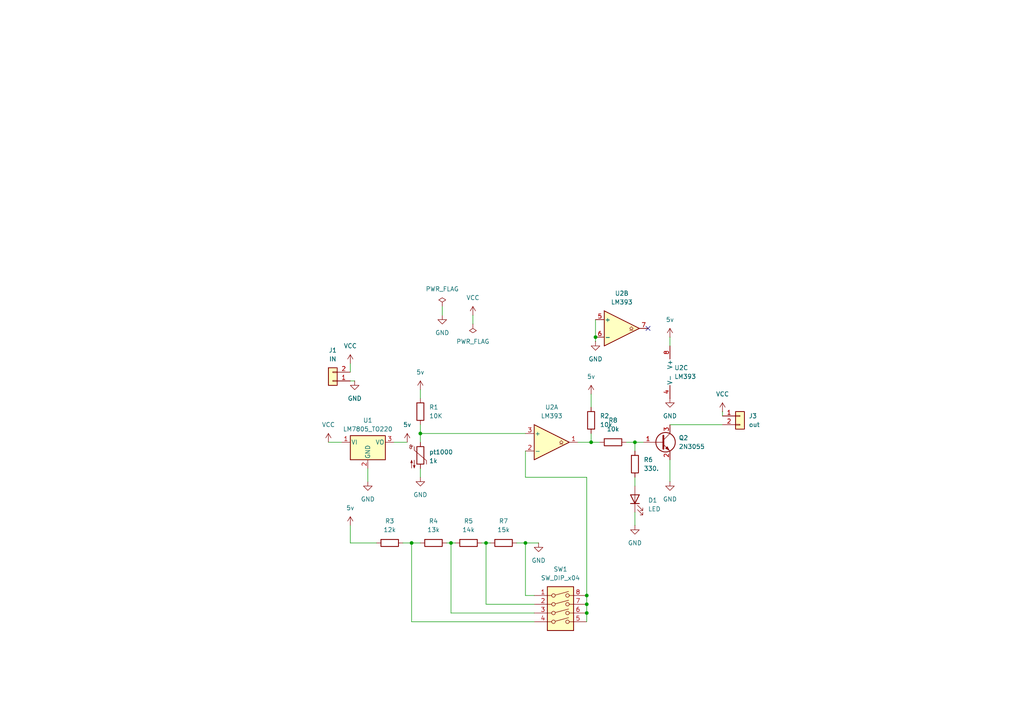
<source format=kicad_sch>
(kicad_sch (version 20250114) (generator "eeschema") (generator_version "9.0")
  (paper "A4")
  (lib_symbols
    (symbol "Comparator:LM393" (pin_names (offset 0.127))
      (property "Reference" "U" (at 3.81 3.81 0))
      (property "Value" "LM393" (at 6.35 -3.81 0))
      (symbol "LM393_1_1"
        (polyline (pts (xy -5.08 5.08) (xy 5.08 0) (xy -5.08 -5.08) (xy -5.08 5.08)) (stroke (width 0.254)) (fill (type background)))
        (polyline (pts (xy 3.302 -0.508) (xy 2.794 -0.508) (xy 3.302 0) (xy 2.794 0.508) (xy 2.286 0) (xy 2.794 -0.508) (xy 2.286 -0.508)) (stroke (width 0.127)))
        (pin input line (at -7.62 2.54 0) (length 2.54) (name "+") (number "3"))
        (pin input line (at -7.62 -2.54 0) (length 2.54) (name "-") (number "2"))
        (pin open_collector line (at 7.62 0 180) (length 2.54) (name "~") (number "1"))
      )
      (symbol "LM393_2_1"
        (polyline (pts (xy -5.08 5.08) (xy 5.08 0) (xy -5.08 -5.08) (xy -5.08 5.08)) (stroke (width 0.254)) (fill (type background)))
        (polyline (pts (xy 3.302 -0.508) (xy 2.794 -0.508) (xy 3.302 0) (xy 2.794 0.508) (xy 2.286 0) (xy 2.794 -0.508) (xy 2.286 -0.508)) (stroke (width 0.127)))
        (pin input line (at -7.62 2.54 0) (length 2.54) (name "+") (number "5"))
        (pin input line (at -7.62 -2.54 0) (length 2.54) (name "-") (number "6"))
        (pin open_collector line (at 7.62 0 180) (length 2.54) (name "~") (number "7"))
      )
      (symbol "LM393_3_1"
        (pin power_in line (at -2.54 7.62 270) (length 3.81) (name "V+") (number "8"))
        (pin power_in line (at -2.54 -7.62 90) (length 3.81) (name "V-") (number "4"))
      )
    )
    (symbol "Connector_Generic:Conn_01x02" (pin_names (offset 1.016) (hide yes))
      (property "Reference" "J" (at 0 2.54 0))
      (property "Value" "Conn_01x02" (at 0 -5.08 0))
      (symbol "Conn_01x02_1_1"
        (rectangle (start -1.27 1.27) (end 1.27 -3.81) (stroke (width 0.254)) (fill (type background)))
        (rectangle (start -1.27 0.127) (end 0 -0.127) (stroke (width 0.1524)))
        (rectangle (start -1.27 -2.413) (end 0 -2.667) (stroke (width 0.1524)))
        (pin passive line (at -5.08 0 0) (length 3.81) (name "Pin_1") (number "1"))
        (pin passive line (at -5.08 -2.54 0) (length 3.81) (name "Pin_2") (number "2"))
      )
    )
    (symbol "Device:LED" (pin_numbers (hide yes)) (pin_names (offset 1.016) (hide yes))
      (property "Reference" "D" (at 0 2.54 0))
      (property "Value" "LED" (at 0 -2.54 0))
      (symbol "LED_0_1"
        (polyline (pts (xy -3.048 -0.762) (xy -4.572 -2.286) (xy -3.81 -2.286) (xy -4.572 -2.286) (xy -4.572 -1.524)))
        (polyline (pts (xy -1.778 -0.762) (xy -3.302 -2.286) (xy -2.54 -2.286) (xy -3.302 -2.286) (xy -3.302 -1.524)))
        (polyline (pts (xy -1.27 0) (xy 1.27 0)))
        (polyline (pts (xy -1.27 -1.27) (xy -1.27 1.27)) (stroke (width 0.254)))
        (polyline (pts (xy 1.27 -1.27) (xy 1.27 1.27) (xy -1.27 0) (xy 1.27 -1.27)) (stroke (width 0.254)))
      )
      (symbol "LED_1_1"
        (pin passive line (at -3.81 0 0) (length 2.54) (name "K") (number "1"))
        (pin passive line (at 3.81 0 180) (length 2.54) (name "A") (number "2"))
      )
    )
    (symbol "Device:R" (pin_numbers (hide yes)) (pin_names (offset 0))
      (property "Reference" "R" (at 2.032 0 90))
      (property "Value" "R" (at 0 0 90))
      (symbol "R_0_1"
        (rectangle (start -1.016 -2.54) (end 1.016 2.54) (stroke (width 0.254)))
      )
      (symbol "R_1_1"
        (pin passive line (at 0 3.81 270) (length 1.27) (name "~") (number "1"))
        (pin passive line (at 0 -3.81 90) (length 1.27) (name "~") (number "2"))
      )
    )
    (symbol "Device:Thermistor_NTC" (pin_numbers (hide yes)) (pin_names (offset 0))
      (property "Reference" "TH" (at -4.445 0 90))
      (property "Value" "Thermistor_NTC" (at 3.175 0 90))
      (symbol "Thermistor_NTC_0_1"
        (arc (start -3.175 2.413) (mid -3.0506 2.3165) (end -3.048 2.159))
        (arc (start -3.048 2.794) (mid -2.9736 2.9736) (end -2.794 3.048))
        (arc (start -2.794 3.048) (mid -2.6144 2.9736) (end -2.54 2.794))
        (arc (start -2.794 2.54) (mid -2.9736 2.6144) (end -3.048 2.794))
        (arc (start -2.794 1.905) (mid -2.9736 1.9794) (end -3.048 2.159))
        (arc (start -2.54 2.159) (mid -2.6144 1.9794) (end -2.794 1.905))
        (arc (start -2.159 2.794) (mid -2.434 2.5608) (end -2.794 2.54))
        (polyline (pts (xy -2.54 2.159) (xy -2.54 2.794)))
        (polyline (pts (xy -2.54 -3.683) (xy -2.54 -1.397) (xy -2.794 -2.159) (xy -2.286 -2.159) (xy -2.54 -1.397) (xy -2.54 -1.651)) (fill (type outline)))
        (polyline (pts (xy -1.778 2.54) (xy -1.778 1.524) (xy 1.778 -1.524) (xy 1.778 -2.54)))
        (polyline (pts (xy -1.778 -1.397) (xy -1.778 -3.683) (xy -2.032 -2.921) (xy -1.524 -2.921) (xy -1.778 -3.683) (xy -1.778 -3.429)) (fill (type outline)))
        (rectangle (start -1.016 2.54) (end 1.016 -2.54) (stroke (width 0.254)))
      )
      (symbol "Thermistor_NTC_1_1"
        (pin passive line (at 0 3.81 270) (length 1.27) (name "~") (number "1"))
        (pin passive line (at 0 -3.81 90) (length 1.27) (name "~") (number "2"))
      )
    )
    (symbol "Regulator_Linear:LM7805_TO220" (pin_names (offset 0.254))
      (property "Reference" "U" (at -3.81 3.175 0))
      (property "Value" "LM7805_TO220" (at 0 3.175 0))
      (symbol "LM7805_TO220_0_1"
        (rectangle (start -5.08 1.905) (end 5.08 -5.08) (stroke (width 0.254)) (fill (type background)))
      )
      (symbol "LM7805_TO220_1_1"
        (pin power_in line (at -7.62 0 0) (length 2.54) (name "VI") (number "1"))
        (pin power_in line (at 0 -7.62 90) (length 2.54) (name "GND") (number "2"))
        (pin power_out line (at 7.62 0 180) (length 2.54) (name "VO") (number "3"))
      )
    )
    (symbol "Switch:SW_DIP_x04" (pin_names (offset 0) (hide yes))
      (property "Reference" "SW" (at 0 8.89 0))
      (property "Value" "SW_DIP_x04" (at 0 -6.35 0))
      (symbol "SW_DIP_x04_0_0"
        (circle (center -2.032 5.08) (radius 0.508))
        (circle (center -2.032 2.54) (radius 0.508))
        (circle (center -2.032 0) (radius 0.508))
        (circle (center -2.032 -2.54) (radius 0.508))
        (polyline (pts (xy -1.524 5.207) (xy 2.3622 6.2484)))
        (polyline (pts (xy -1.524 2.667) (xy 2.3622 3.7084)))
        (polyline (pts (xy -1.524 0.127) (xy 2.3622 1.1684)))
        (polyline (pts (xy -1.524 -2.3876) (xy 2.3622 -1.3462)))
        (circle (center 2.032 5.08) (radius 0.508))
        (circle (center 2.032 2.54) (radius 0.508))
        (circle (center 2.032 0) (radius 0.508))
        (circle (center 2.032 -2.54) (radius 0.508))
      )
      (symbol "SW_DIP_x04_0_1"
        (rectangle (start -3.81 7.62) (end 3.81 -5.08) (stroke (width 0.254)) (fill (type background)))
      )
      (symbol "SW_DIP_x04_1_1"
        (pin passive line (at -7.62 5.08 0) (length 5.08) (name "~") (number "1"))
        (pin passive line (at -7.62 2.54 0) (length 5.08) (name "~") (number "2"))
        (pin passive line (at -7.62 0 0) (length 5.08) (name "~") (number "3"))
        (pin passive line (at -7.62 -2.54 0) (length 5.08) (name "~") (number "4"))
        (pin passive line (at 7.62 5.08 180) (length 5.08) (name "~") (number "8"))
        (pin passive line (at 7.62 2.54 180) (length 5.08) (name "~") (number "7"))
        (pin passive line (at 7.62 0 180) (length 5.08) (name "~") (number "6"))
        (pin passive line (at 7.62 -2.54 180) (length 5.08) (name "~") (number "5"))
      )
    )
    (symbol "Transistor_BJT:2N3055" (pin_names (offset 0) (hide yes))
      (property "Reference" "Q" (at 5.08 1.905 0))
      (property "Value" "2N3055" (at 5.08 0 0))
      (symbol "2N3055_0_1"
        (polyline (pts (xy -2.54 0) (xy 0.635 0)))
        (polyline (pts (xy 0.635 1.905) (xy 0.635 -1.905)) (stroke (width 0.508)))
        (circle (center 1.27 0) (radius 2.8194) (stroke (width 0.254)))
      )
      (symbol "2N3055_1_1"
        (polyline (pts (xy 0.635 0.635) (xy 2.54 2.54)))
        (polyline (pts (xy 0.635 -0.635) (xy 2.54 -2.54)))
        (polyline (pts (xy 1.27 -1.778) (xy 1.778 -1.27) (xy 2.286 -2.286) (xy 1.27 -1.778)) (fill (type outline)))
        (pin input line (at -5.08 0 0) (length 2.54) (name "B") (number "1"))
        (pin passive line (at 2.54 5.08 270) (length 2.54) (name "C") (number "3"))
        (pin passive line (at 2.54 -5.08 90) (length 2.54) (name "E") (number "2"))
      )
    )
    (symbol "power:GND" (power) (pin_numbers (hide yes)) (pin_names (offset 0) (hide yes))
      (property "Value" "GND" (at 0 -3.81 0))
      (symbol "GND_0_1"
        (polyline (pts (xy 0 0) (xy 0 -1.27) (xy 1.27 -1.27) (xy 0 -2.54) (xy -1.27 -1.27) (xy 0 -1.27)))
      )
      (symbol "GND_1_1"
        (pin power_in line (at 0 0 270) (length 0) (name "~") (number "1"))
      )
    )
    (symbol "power:PWR_FLAG" (power) (pin_numbers (hide yes)) (pin_names (offset 0) (hide yes))
      (property "Value" "PWR_FLAG" (at 0 3.81 0))
      (symbol "PWR_FLAG_0_0"
        (pin power_out line (at 0 0 90) (length 0) (name "~") (number "1"))
      )
      (symbol "PWR_FLAG_0_1"
        (polyline (pts (xy 0 0) (xy 0 1.27) (xy -1.016 1.905) (xy 0 2.54) (xy 1.016 1.905) (xy 0 1.27)))
      )
    )
    (symbol "power:VCC" (power) (pin_numbers (hide yes)) (pin_names (offset 0) (hide yes))
      (property "Value" "VCC" (at 0 3.556 0))
      (symbol "VCC_0_1"
        (polyline (pts (xy -0.762 1.27) (xy 0 2.54)))
        (polyline (pts (xy 0 2.54) (xy 0.762 1.27)))
        (polyline (pts (xy 0 0) (xy 0 2.54)))
      )
      (symbol "VCC_1_1"
        (pin power_in line (at 0 0 90) (length 0) (name "~") (number "1"))
      )
    )
  )
  (junction (at 170.18 172.72))
  (junction (at 119.38 157.48))
  (junction (at 171.45 128.27))
  (junction (at 170.18 175.26))
  (junction (at 184.15 128.27))
  (junction (at 172.72 97.79))
  (junction (at 121.92 125.73))
  (junction (at 152.4 157.48))
  (junction (at 140.97 157.48))
  (junction (at 130.81 157.48))
  (junction (at 170.18 177.8))
  (no_connect (at 187.96 95.25))
  (wire (pts (xy 170.18 172.72) (xy 170.18 175.26)))
  (wire (pts (xy 121.92 123.19) (xy 121.92 125.73)))
  (wire (pts (xy 121.92 113.03) (xy 121.92 115.57)))
  (wire (pts (xy 101.6 157.48) (xy 109.22 157.48)))
  (wire (pts (xy 170.18 138.43) (xy 170.18 172.72)))
  (wire (pts (xy 184.15 130.81) (xy 184.15 128.27)))
  (wire (pts (xy 101.6 105.41) (xy 101.6 107.95)))
  (wire (pts (xy 170.18 177.8) (xy 170.18 180.34)))
  (wire (pts (xy 184.15 152.4) (xy 184.15 148.59)))
  (wire (pts (xy 194.31 97.79) (xy 194.31 100.33)))
  (wire (pts (xy 172.72 92.71) (xy 172.72 97.79)))
  (wire (pts (xy 154.94 177.8) (xy 130.81 177.8)))
  (wire (pts (xy 181.61 128.27) (xy 184.15 128.27)))
  (wire (pts (xy 154.94 180.34) (xy 119.38 180.34)))
  (wire (pts (xy 129.54 157.48) (xy 130.81 157.48)))
  (wire (pts (xy 130.81 177.8) (xy 130.81 157.48)))
  (wire (pts (xy 128.27 91.44) (xy 128.27 88.9)))
  (wire (pts (xy 118.11 128.27) (xy 114.3 128.27)))
  (wire (pts (xy 121.92 125.73) (xy 152.4 125.73)))
  (wire (pts (xy 152.4 157.48) (xy 149.86 157.48)))
  (wire (pts (xy 140.97 175.26) (xy 140.97 157.48)))
  (wire (pts (xy 139.7 157.48) (xy 140.97 157.48)))
  (wire (pts (xy 167.64 128.27) (xy 171.45 128.27)))
  (wire (pts (xy 152.4 138.43) (xy 170.18 138.43)))
  (wire (pts (xy 209.55 119.38) (xy 209.55 120.65)))
  (wire (pts (xy 184.15 140.97) (xy 184.15 138.43)))
  (wire (pts (xy 152.4 157.48) (xy 152.4 172.72)))
  (wire (pts (xy 154.94 175.26) (xy 140.97 175.26)))
  (wire (pts (xy 156.21 157.48) (xy 152.4 157.48)))
  (wire (pts (xy 194.31 123.19) (xy 209.55 123.19)))
  (wire (pts (xy 119.38 157.48) (xy 121.92 157.48)))
  (wire (pts (xy 121.92 138.43) (xy 121.92 135.89)))
  (wire (pts (xy 95.25 128.27) (xy 99.06 128.27)))
  (wire (pts (xy 170.18 175.26) (xy 170.18 177.8)))
  (wire (pts (xy 137.16 91.44) (xy 137.16 93.98)))
  (wire (pts (xy 101.6 110.49) (xy 102.87 110.49)))
  (wire (pts (xy 194.31 133.35) (xy 194.31 139.7)))
  (wire (pts (xy 171.45 114.3) (xy 171.45 118.11)))
  (wire (pts (xy 116.84 157.48) (xy 119.38 157.48)))
  (wire (pts (xy 121.92 125.73) (xy 121.92 128.27)))
  (wire (pts (xy 101.6 157.48) (xy 101.6 152.4)))
  (wire (pts (xy 140.97 157.48) (xy 142.24 157.48)))
  (wire (pts (xy 106.68 139.7) (xy 106.68 135.89)))
  (wire (pts (xy 130.81 157.48) (xy 132.08 157.48)))
  (wire (pts (xy 172.72 99.06) (xy 172.72 97.79)))
  (wire (pts (xy 152.4 130.81) (xy 152.4 138.43)))
  (wire (pts (xy 184.15 128.27) (xy 186.69 128.27)))
  (wire (pts (xy 119.38 180.34) (xy 119.38 157.48)))
  (wire (pts (xy 154.94 172.72) (xy 152.4 172.72)))
  (wire (pts (xy 171.45 128.27) (xy 173.99 128.27)))
  (wire (pts (xy 171.45 125.73) (xy 171.45 128.27)))
  (symbol (lib_id "power:GND") (at 128.27 91.44 0) (unit 1)
    (property "Reference" "#PWR08" (effects (hide yes)))
    (property "Value" "GND" (at 128.27 96.52 0))
    (property "Description" "Power symbol creates a global label with name \"GND\" , ground" (effects (hide yes)))
  )
  (symbol (lib_id "Device:R") (at 125.73 157.48 90) (unit 1)
    (property "Reference" "R4" (at 125.73 151.13 90))
    (property "Value" "13k" (at 125.73 153.67 90))
    (property "Footprint" "Resistor_THT:R_Axial_DIN0204_L3.6mm_D1.6mm_P2.54mm_Vertical" (effects (hide yes)))
    (property "Description" "Resistor" (effects (hide yes)))
  )
  (symbol (lib_id "power:VCC") (at 194.31 97.79 0) (unit 1)
    (property "Reference" "#PWR011" (effects (hide yes)))
    (property "Value" "5v" (at 194.31 92.71 0))
    (property "Description" "Power symbol creates a global label with name \"VCC\"" (effects (hide yes)))
  )
  (symbol (lib_id "power:GND") (at 184.15 152.4 0) (unit 1)
    (property "Reference" "#PWR012" (effects (hide yes)))
    (property "Value" "GND" (at 184.15 157.48 0))
    (property "Description" "Power symbol creates a global label with name \"GND\" , ground" (effects (hide yes)))
  )
  (symbol (lib_id "power:PWR_FLAG") (at 128.27 88.9 0) (unit 1)
    (property "Reference" "#FLG01" (effects (hide yes)))
    (property "Value" "PWR_FLAG" (at 128.27 83.82 0))
    (property "Description" "Special symbol for telling ERC where power comes from" (effects (hide yes)))
  )
  (symbol (lib_id "Comparator:LM393") (at 160.02 128.27 0) (unit 1)
    (property "Reference" "U2" (at 160.02 118.11 0))
    (property "Value" "LM393" (at 160.02 120.65 0))
    (property "Footprint" "Package_DIP:DIP-8_W7.62mm" (effects (hide yes)))
    (property "Datasheet" "http://www.ti.com/lit/ds/symlink/lm393.pdf" (effects (hide yes)))
    (property "Description" "Low-Power, Low-Offset Voltage, Dual Comparators, DIP-8/SOIC-8/TO-99-8" (effects (hide yes)))
  )
  (symbol (lib_id "Device:R") (at 171.45 121.92 0) (unit 1)
    (property "Reference" "R2" (at 173.99 120.6499 0) (effects (justify left)))
    (property "Value" "10k" (at 173.99 123.1899 0) (effects (justify left)))
    (property "Footprint" "Resistor_THT:R_Axial_DIN0204_L3.6mm_D1.6mm_P2.54mm_Vertical" (effects (hide yes)))
    (property "Description" "Resistor" (effects (hide yes)))
  )
  (symbol (lib_id "Device:Thermistor_NTC") (at 121.92 132.08 0) (unit 1)
    (property "Reference" "pt1000" (at 124.46 131.1274 0) (effects (justify left)))
    (property "Value" "1k" (at 124.46 133.6674 0) (effects (justify left)))
    (property "Footprint" "Resistor_THT:R_Axial_DIN0204_L3.6mm_D1.6mm_P2.54mm_Vertical" (effects (hide yes)))
    (property "Description" "Temperature dependent resistor, negative temperature coefficient" (effects (hide yes)))
  )
  (symbol (lib_id "Device:R") (at 135.89 157.48 90) (unit 1)
    (property "Reference" "R5" (at 135.89 151.13 90))
    (property "Value" "14k" (at 135.89 153.67 90))
    (property "Footprint" "Resistor_THT:R_Axial_DIN0204_L3.6mm_D1.6mm_P2.54mm_Vertical" (effects (hide yes)))
    (property "Description" "Resistor" (effects (hide yes)))
  )
  (symbol (lib_id "Device:R") (at 113.03 157.48 90) (unit 1)
    (property "Reference" "R3" (at 113.03 151.13 90))
    (property "Value" "12k" (at 113.03 153.67 90))
    (property "Footprint" "Resistor_THT:R_Axial_DIN0204_L3.6mm_D1.6mm_P2.54mm_Vertical" (effects (hide yes)))
    (property "Description" "Resistor" (effects (hide yes)))
  )
  (symbol (lib_id "power:GND") (at 121.92 138.43 0) (unit 1)
    (property "Reference" "#PWR01" (effects (hide yes)))
    (property "Value" "GND" (at 121.92 143.51 0))
    (property "Description" "Power symbol creates a global label with name \"GND\" , ground" (effects (hide yes)))
  )
  (symbol (lib_id "Device:LED") (at 184.15 144.78 90) (unit 1)
    (property "Reference" "D1" (at 187.96 145.0974 90) (effects (justify right)))
    (property "Value" "LED" (at 187.96 147.6374 90) (effects (justify right)))
    (property "Footprint" "LED_THT:LED_D3.0mm" (effects (hide yes)))
    (property "Description" "Light emitting diode" (effects (hide yes)))
    (property "Sim.Pins" "1=K 2=A" (effects (hide yes)))
  )
  (symbol (lib_id "Comparator:LM393") (at 196.85 107.95 0) (unit 3)
    (property "Reference" "U2" (at 195.58 106.6799 0) (effects (justify left)))
    (property "Value" "LM393" (at 195.58 109.2199 0) (effects (justify left)))
    (property "Footprint" "Package_DIP:DIP-8_W7.62mm" (effects (hide yes)))
    (property "Datasheet" "http://www.ti.com/lit/ds/symlink/lm393.pdf" (effects (hide yes)))
    (property "Description" "Low-Power, Low-Offset Voltage, Dual Comparators, DIP-8/SOIC-8/TO-99-8" (effects (hide yes)))
  )
  (symbol (lib_id "power:VCC") (at 209.55 119.38 0) (unit 1)
    (property "Reference" "#PWR016" (effects (hide yes)))
    (property "Value" "VCC" (at 209.55 114.3 0))
    (property "Description" "Power symbol creates a global label with name \"VCC\"" (effects (hide yes)))
  )
  (symbol (lib_id "Device:R") (at 121.92 119.38 0) (unit 1)
    (property "Reference" "R1" (at 124.46 118.1099 0) (effects (justify left)))
    (property "Value" "10K" (at 124.46 120.6499 0) (effects (justify left)))
    (property "Footprint" "Resistor_THT:R_Axial_DIN0204_L3.6mm_D1.6mm_P2.54mm_Vertical" (effects (hide yes)))
    (property "Description" "Resistor" (effects (hide yes)))
  )
  (symbol (lib_id "Connector_Generic:Conn_01x02") (at 96.52 110.49 180) (unit 1)
    (property "Reference" "J1" (at 96.52 101.6 0))
    (property "Value" "IN" (at 96.52 104.14 0))
    (property "Footprint" "Connector:JWT_A3963_1x02_P3.96mm_Vertical" (effects (hide yes)))
    (property "Description" "Generic connector, single row, 01x02, script generated (kicad-library-utils/schlib/autogen/connector/)" (effects (hide yes)))
  )
  (symbol (lib_id "power:VCC") (at 95.25 128.27 0) (unit 1)
    (property "Reference" "#PWR013" (effects (hide yes)))
    (property "Value" "VCC" (at 95.25 123.19 0))
    (property "Description" "Power symbol creates a global label with name \"VCC\"" (effects (hide yes)))
  )
  (symbol (lib_id "power:VCC") (at 118.11 128.27 0) (unit 1)
    (property "Reference" "#PWR017" (effects (hide yes)))
    (property "Value" "5v" (at 118.11 123.19 0))
    (property "Description" "Power symbol creates a global label with name \"VCC\"" (effects (hide yes)))
  )
  (symbol (lib_id "power:VCC") (at 121.92 113.03 0) (unit 1)
    (property "Reference" "#PWR04" (effects (hide yes)))
    (property "Value" "5v" (at 121.92 107.95 0))
    (property "Description" "Power symbol creates a global label with name \"VCC\"" (effects (hide yes)))
  )
  (symbol (lib_id "power:GND") (at 102.87 110.49 0) (unit 1)
    (property "Reference" "#PWR03" (effects (hide yes)))
    (property "Value" "GND" (at 102.87 115.57 0))
    (property "Description" "Power symbol creates a global label with name \"GND\" , ground" (effects (hide yes)))
  )
  (symbol (lib_id "power:GND") (at 156.21 157.48 0) (unit 1)
    (property "Reference" "#PWR05" (effects (hide yes)))
    (property "Value" "GND" (at 156.21 162.56 0))
    (property "Description" "Power symbol creates a global label with name \"GND\" , ground" (effects (hide yes)))
  )
  (symbol (lib_id "power:VCC") (at 171.45 114.3 0) (unit 1)
    (property "Reference" "#PWR02" (effects (hide yes)))
    (property "Value" "5v" (at 171.45 109.22 0))
    (property "Description" "Power symbol creates a global label with name \"VCC\"" (effects (hide yes)))
  )
  (symbol (lib_id "power:GND") (at 194.31 115.57 0) (unit 1)
    (property "Reference" "#PWR07" (effects (hide yes)))
    (property "Value" "GND" (at 194.31 120.65 0))
    (property "Description" "Power symbol creates a global label with name \"GND\" , ground" (effects (hide yes)))
  )
  (symbol (lib_id "Connector_Generic:Conn_01x02") (at 214.63 120.65 0) (unit 1)
    (property "Reference" "J3" (at 217.17 120.6499 0) (effects (justify left)))
    (property "Value" "out" (at 217.17 123.1899 0) (effects (justify left)))
    (property "Footprint" "Connector:JWT_A3963_1x02_P3.96mm_Vertical" (effects (hide yes)))
    (property "Description" "Generic connector, single row, 01x02, script generated (kicad-library-utils/schlib/autogen/connector/)" (effects (hide yes)))
  )
  (symbol (lib_id "power:GND") (at 106.68 139.7 0) (unit 1)
    (property "Reference" "#PWR015" (effects (hide yes)))
    (property "Value" "GND" (at 106.68 144.78 0))
    (property "Description" "Power symbol creates a global label with name \"GND\" , ground" (effects (hide yes)))
  )
  (symbol (lib_id "Regulator_Linear:LM7805_TO220") (at 106.68 128.27 0) (unit 1)
    (property "Reference" "U1" (at 106.68 121.92 0))
    (property "Value" "LM7805_TO220" (at 106.68 124.46 0))
    (property "Footprint" "Package_TO_SOT_THT:TO-220-3_Vertical" (effects (hide yes)))
    (property "Datasheet" "https://www.onsemi.cn/PowerSolutions/document/MC7800-D.PDF" (effects (hide yes)))
    (property "Description" "Positive 1A 35V Linear Regulator, Fixed Output 5V, TO-220" (effects (hide yes)))
  )
  (symbol (lib_id "power:VCC") (at 137.16 91.44 0) (unit 1)
    (property "Reference" "#PWR09" (effects (hide yes)))
    (property "Value" "VCC" (at 137.16 86.36 0))
    (property "Description" "Power symbol creates a global label with name \"VCC\"" (effects (hide yes)))
  )
  (symbol (lib_id "power:VCC") (at 101.6 105.41 0) (unit 1)
    (property "Reference" "#PWR014" (effects (hide yes)))
    (property "Value" "VCC" (at 101.6 100.33 0))
    (property "Description" "Power symbol creates a global label with name \"VCC\"" (effects (hide yes)))
  )
  (symbol (lib_id "Transistor_BJT:2N3055") (at 191.77 128.27 0) (unit 1)
    (property "Reference" "Q2" (at 196.85 126.9999 0) (effects (justify left)))
    (property "Value" "2N3055" (at 196.85 129.5399 0) (effects (justify left)))
    (property "Footprint" "Package_TO_SOT_THT:TO-3P-3_Horizontal_TabDown" (effects (hide yes)))
    (property "Datasheet" "http://www.onsemi.com/pub_link/Collateral/2N3055-D.PDF" (effects (hide yes)))
    (property "Description" "15A Ic, 60V Vce, Power NPN Transistor, TO-3" (effects (hide yes)))
  )
  (symbol (lib_id "Device:R") (at 184.15 134.62 0) (unit 1)
    (property "Reference" "R6" (at 186.69 133.3499 0) (effects (justify left)))
    (property "Value" "330." (at 186.69 135.8899 0) (effects (justify left)))
    (property "Footprint" "Resistor_THT:R_Axial_DIN0204_L3.6mm_D1.6mm_P2.54mm_Vertical" (effects (hide yes)))
    (property "Description" "Resistor" (effects (hide yes)))
  )
  (symbol (lib_id "power:GND") (at 194.31 139.7 0) (unit 1)
    (property "Reference" "#PWR010" (effects (hide yes)))
    (property "Value" "GND" (at 194.31 144.78 0))
    (property "Description" "Power symbol creates a global label with name \"GND\" , ground" (effects (hide yes)))
  )
  (symbol (lib_id "power:VCC") (at 101.6 152.4 0) (unit 1)
    (property "Reference" "#PWR018" (effects (hide yes)))
    (property "Value" "5v" (at 101.6 147.32 0))
    (property "Description" "Power symbol creates a global label with name \"VCC\"" (effects (hide yes)))
  )
  (symbol (lib_id "Device:R") (at 177.8 128.27 90) (unit 1)
    (property "Reference" "R8" (at 177.8 121.92 90))
    (property "Value" "10k" (at 177.8 124.46 90))
    (property "Footprint" "Resistor_THT:R_Axial_DIN0204_L3.6mm_D1.6mm_P2.54mm_Vertical" (effects (hide yes)))
    (property "Description" "Resistor" (effects (hide yes)))
  )
  (symbol (lib_id "power:PWR_FLAG") (at 137.16 93.98 180) (unit 1)
    (property "Reference" "#FLG02" (effects (hide yes)))
    (property "Value" "PWR_FLAG" (at 137.16 99.06 0))
    (property "Description" "Special symbol for telling ERC where power comes from" (effects (hide yes)))
  )
  (symbol (lib_id "Device:R") (at 146.05 157.48 90) (unit 1)
    (property "Reference" "R7" (at 146.05 151.13 90))
    (property "Value" "15k" (at 146.05 153.67 90))
    (property "Footprint" "Resistor_THT:R_Axial_DIN0204_L3.6mm_D1.6mm_P2.54mm_Vertical" (effects (hide yes)))
    (property "Description" "Resistor" (effects (hide yes)))
  )
  (symbol (lib_id "Comparator:LM393") (at 180.34 95.25 0) (unit 2)
    (property "Reference" "U2" (at 180.34 85.09 0))
    (property "Value" "LM393" (at 180.34 87.63 0))
    (property "Footprint" "Package_DIP:DIP-8_W7.62mm" (effects (hide yes)))
    (property "Datasheet" "http://www.ti.com/lit/ds/symlink/lm393.pdf" (effects (hide yes)))
    (property "Description" "Low-Power, Low-Offset Voltage, Dual Comparators, DIP-8/SOIC-8/TO-99-8" (effects (hide yes)))
  )
  (symbol (lib_id "power:GND") (at 172.72 99.06 0) (unit 1)
    (property "Reference" "#PWR06" (effects (hide yes)))
    (property "Value" "GND" (at 172.72 104.14 0))
    (property "Description" "Power symbol creates a global label with name \"GND\" , ground" (effects (hide yes)))
  )
  (symbol (lib_id "Switch:SW_DIP_x04") (at 162.56 177.8 0) (unit 1)
    (property "Reference" "SW1" (at 162.56 165.1 0))
    (property "Value" "SW_DIP_x04" (at 162.56 167.64 0))
    (property "Footprint" "Button_Switch_THT:SW_DIP_SPSTx04_Slide_6.7x11.72mm_W7.62mm_P2.54mm_LowProfile" (effects (hide yes)))
    (property "Description" "4x DIP Switch, Single Pole Single Throw (SPST) switch, small symbol" (effects (hide yes)))
  )
)
</source>
